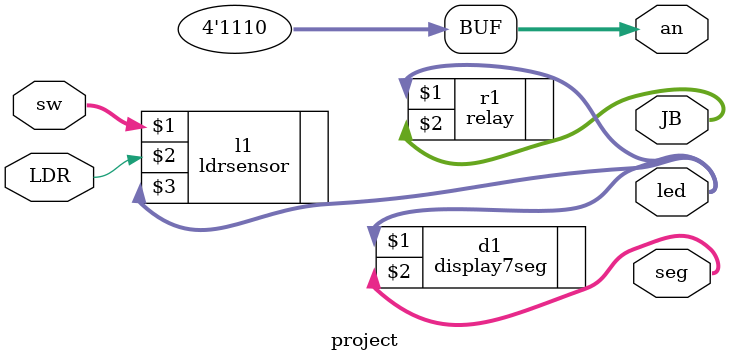
<source format=v>
`timescale 1ns / 1ps


module project(
    input [6:0] sw,
    input LDR,
    output [7:0] led,
    output [6:0] seg,
    output [2:0] JB,
    output [3:0] an
    );
    assign an = 4'b1110;
    ldrsensor l1(sw,LDR,led);
    display7seg d1(led,seg);
    relay r1(led,JB);
endmodule

</source>
